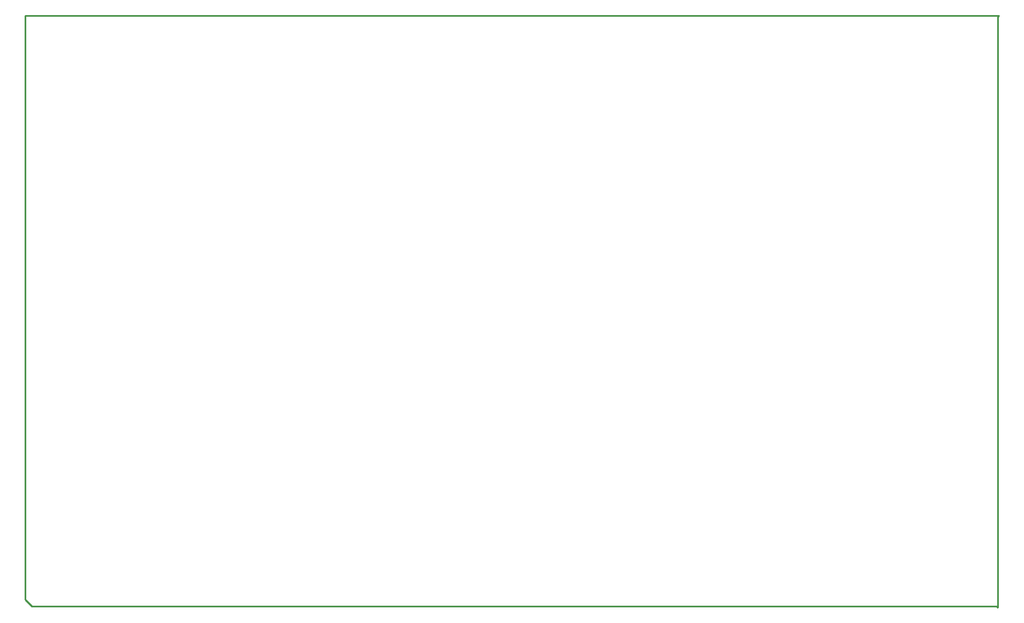
<source format=gko>
G04 Layer_Color=16711935*
%FSLAX25Y25*%
%MOIN*%
G70*
G01*
G75*
%ADD10C,0.01000*%
D10*
X0Y-348400D02*
Y0D01*
Y-348400D02*
X4100Y-352500D01*
X579400D01*
X580100Y-353200D01*
Y-600D01*
X580700Y0D01*
X0D02*
X580700D01*
M02*

</source>
